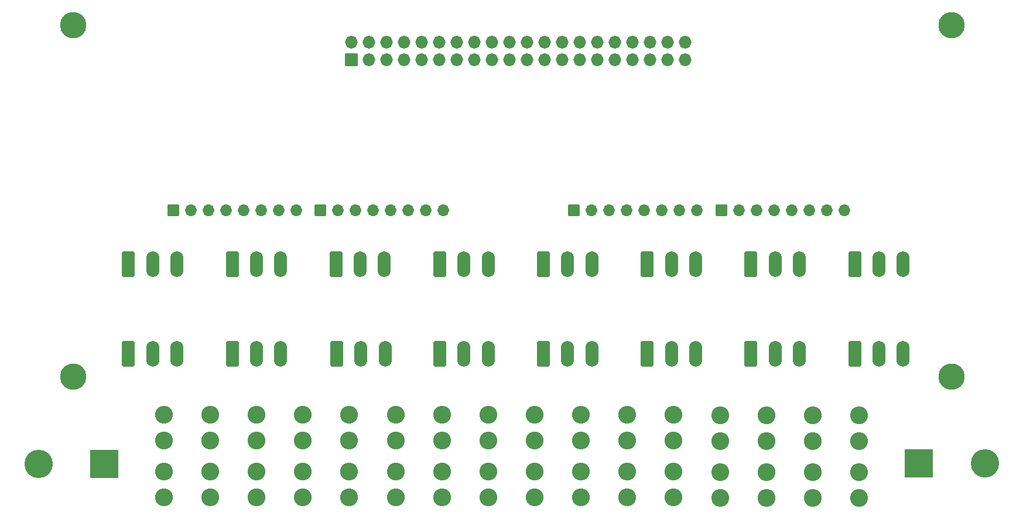
<source format=gbr>
G04 #@! TF.GenerationSoftware,KiCad,Pcbnew,(6.0.5)*
G04 #@! TF.CreationDate,2022-05-08T16:41:48-04:00*
G04 #@! TF.ProjectId,PB_16,50425f31-362e-46b6-9963-61645f706362,v2*
G04 #@! TF.SameCoordinates,Original*
G04 #@! TF.FileFunction,Soldermask,Bot*
G04 #@! TF.FilePolarity,Negative*
%FSLAX46Y46*%
G04 Gerber Fmt 4.6, Leading zero omitted, Abs format (unit mm)*
G04 Created by KiCad (PCBNEW (6.0.5)) date 2022-05-08 16:41:48*
%MOMM*%
%LPD*%
G01*
G04 APERTURE LIST*
G04 Aperture macros list*
%AMRoundRect*
0 Rectangle with rounded corners*
0 $1 Rounding radius*
0 $2 $3 $4 $5 $6 $7 $8 $9 X,Y pos of 4 corners*
0 Add a 4 corners polygon primitive as box body*
4,1,4,$2,$3,$4,$5,$6,$7,$8,$9,$2,$3,0*
0 Add four circle primitives for the rounded corners*
1,1,$1+$1,$2,$3*
1,1,$1+$1,$4,$5*
1,1,$1+$1,$6,$7*
1,1,$1+$1,$8,$9*
0 Add four rect primitives between the rounded corners*
20,1,$1+$1,$2,$3,$4,$5,0*
20,1,$1+$1,$4,$5,$6,$7,0*
20,1,$1+$1,$6,$7,$8,$9,0*
20,1,$1+$1,$8,$9,$2,$3,0*%
G04 Aperture macros list end*
%ADD10RoundRect,0.301000X-0.650000X-1.550000X0.650000X-1.550000X0.650000X1.550000X-0.650000X1.550000X0*%
%ADD11O,1.902000X3.702000*%
%ADD12C,2.577000*%
%ADD13RoundRect,0.051000X-0.800000X-0.800000X0.800000X-0.800000X0.800000X0.800000X-0.800000X0.800000X0*%
%ADD14O,1.702000X1.702000*%
%ADD15C,3.802000*%
%ADD16O,1.829200X1.829200*%
%ADD17RoundRect,0.051000X0.863600X-0.863600X0.863600X0.863600X-0.863600X0.863600X-0.863600X-0.863600X0*%
%ADD18RoundRect,0.051000X2.000000X2.000000X-2.000000X2.000000X-2.000000X-2.000000X2.000000X-2.000000X0*%
%ADD19C,4.102000*%
%ADD20RoundRect,0.051000X-2.000000X-2.000000X2.000000X-2.000000X2.000000X2.000000X-2.000000X2.000000X0*%
G04 APERTURE END LIST*
D10*
X89100000Y-129600000D03*
D11*
X92600000Y-129600000D03*
X96100000Y-129600000D03*
D10*
X119100000Y-116600000D03*
D11*
X122600000Y-116600000D03*
X126100000Y-116600000D03*
D10*
X119214342Y-129600000D03*
D11*
X122714342Y-129600000D03*
X126214342Y-129600000D03*
D10*
X134100000Y-116600000D03*
D11*
X137600000Y-116600000D03*
X141100000Y-116600000D03*
D10*
X134100000Y-129600000D03*
D11*
X137600000Y-129600000D03*
X141100000Y-129600000D03*
D10*
X149100000Y-116600000D03*
D11*
X152600000Y-116600000D03*
X156100000Y-116600000D03*
D10*
X149100000Y-129600000D03*
D11*
X152600000Y-129600000D03*
X156100000Y-129600000D03*
D10*
X164100000Y-116600000D03*
D11*
X167600000Y-116600000D03*
X171100000Y-116600000D03*
D10*
X164100000Y-129600000D03*
D11*
X167600000Y-129600000D03*
X171100000Y-129600000D03*
D10*
X179100000Y-116600000D03*
D11*
X182600000Y-116600000D03*
X186100000Y-116600000D03*
D10*
X179100000Y-129600000D03*
D11*
X182600000Y-129600000D03*
X186100000Y-129600000D03*
D10*
X194100000Y-116600000D03*
D11*
X197600000Y-116600000D03*
X201100000Y-116600000D03*
D10*
X194100000Y-129600000D03*
D11*
X197600000Y-129600000D03*
X201100000Y-129600000D03*
D12*
X94222600Y-150288600D03*
X94222600Y-146588600D03*
X94222600Y-142088600D03*
X94222600Y-138388600D03*
X134425198Y-150298600D03*
X134425198Y-146598600D03*
X134425198Y-142098600D03*
X134425198Y-138398600D03*
X181328229Y-150363600D03*
X181328229Y-146663600D03*
X181328229Y-142163600D03*
X181328229Y-138463600D03*
X100923033Y-150303600D03*
X100923033Y-146603600D03*
X100923033Y-142103600D03*
X100923033Y-138403600D03*
X127724765Y-150298600D03*
X127724765Y-146598600D03*
X127724765Y-142098600D03*
X127724765Y-138398600D03*
X141125631Y-150298600D03*
X141125631Y-146598600D03*
X141125631Y-142098600D03*
X141125631Y-138398600D03*
X147826064Y-150298600D03*
X147826064Y-146598600D03*
X147826064Y-142098600D03*
X147826064Y-138398600D03*
X154526497Y-150298600D03*
X154526497Y-146598600D03*
X154526497Y-142098600D03*
X154526497Y-138398600D03*
X194729100Y-150363600D03*
X194729100Y-146663600D03*
X194729100Y-142163600D03*
X194729100Y-138463600D03*
X121024332Y-150298600D03*
X121024332Y-146598600D03*
X121024332Y-142098600D03*
X121024332Y-138398600D03*
X107623466Y-150303600D03*
X107623466Y-146603600D03*
X107623466Y-142103600D03*
X107623466Y-138403600D03*
X174627796Y-150363600D03*
X174627796Y-146663600D03*
X174627796Y-142163600D03*
X174627796Y-138463600D03*
D13*
X95561500Y-108813600D03*
D14*
X98101500Y-108813600D03*
X100641500Y-108813600D03*
X103181500Y-108813600D03*
X105721500Y-108813600D03*
X108261500Y-108813600D03*
X110801500Y-108813600D03*
X113341500Y-108813600D03*
D12*
X161226930Y-150298600D03*
X161226930Y-146598600D03*
X161226930Y-142098600D03*
X161226930Y-138398600D03*
D13*
X153486200Y-108813600D03*
D14*
X156026200Y-108813600D03*
X158566200Y-108813600D03*
X161106200Y-108813600D03*
X163646200Y-108813600D03*
X166186200Y-108813600D03*
X168726200Y-108813600D03*
X171266200Y-108813600D03*
D13*
X174812600Y-108813600D03*
D14*
X177352600Y-108813600D03*
X179892600Y-108813600D03*
X182432600Y-108813600D03*
X184972600Y-108813600D03*
X187512600Y-108813600D03*
X190052600Y-108813600D03*
X192592600Y-108813600D03*
D13*
X116852700Y-108813600D03*
D14*
X119392700Y-108813600D03*
X121932700Y-108813600D03*
X124472700Y-108813600D03*
X127012700Y-108813600D03*
X129552700Y-108813600D03*
X132092700Y-108813600D03*
X134632700Y-108813600D03*
D12*
X114323899Y-150303600D03*
X114323899Y-146603600D03*
X114323899Y-142103600D03*
X114323899Y-138403600D03*
D10*
X89100000Y-116600000D03*
D11*
X92600000Y-116600000D03*
X96100000Y-116600000D03*
D10*
X104100000Y-116600000D03*
D11*
X107600000Y-116600000D03*
X111100000Y-116600000D03*
D10*
X104100000Y-129600000D03*
D11*
X107600000Y-129600000D03*
X111100000Y-129600000D03*
D12*
X188028662Y-150363600D03*
X188028662Y-146663600D03*
X188028662Y-142163600D03*
X188028662Y-138463600D03*
X167927363Y-150298600D03*
X167927363Y-146598600D03*
X167927363Y-142098600D03*
X167927363Y-138398600D03*
D15*
X81113000Y-82066600D03*
X208113000Y-82066600D03*
D16*
X169561000Y-84517800D03*
X169561000Y-87057800D03*
X167021000Y-84517800D03*
X167021000Y-87057800D03*
X164481000Y-84517800D03*
X164481000Y-87057800D03*
X161941000Y-84517800D03*
X161941000Y-87057800D03*
X159401000Y-84517800D03*
X159401000Y-87057800D03*
X156861000Y-84517800D03*
X156861000Y-87057800D03*
X154321000Y-84517800D03*
X154321000Y-87057800D03*
X151781000Y-84517800D03*
X151781000Y-87057800D03*
X149241000Y-84517800D03*
X149241000Y-87057800D03*
X146701000Y-84517800D03*
X146701000Y-87057800D03*
X144161000Y-84517800D03*
X144161000Y-87057800D03*
X141621000Y-84517800D03*
X141621000Y-87057800D03*
X139081000Y-84517800D03*
X139081000Y-87057800D03*
X136541000Y-84517800D03*
X136541000Y-87057800D03*
X134001000Y-84517800D03*
X134001000Y-87057800D03*
X131461000Y-84517800D03*
X131461000Y-87057800D03*
X128921000Y-84517800D03*
X128921000Y-87057800D03*
X126381000Y-84517800D03*
X126381000Y-87057800D03*
X123841000Y-84517800D03*
X123841000Y-87057800D03*
X121301000Y-84517800D03*
D17*
X121301000Y-87057800D03*
D18*
X85601000Y-145517800D03*
D19*
X76101000Y-145517800D03*
D15*
X208127600Y-132866600D03*
D20*
X203401000Y-145417800D03*
D19*
X212901000Y-145417800D03*
D15*
X81127600Y-132866600D03*
M02*

</source>
